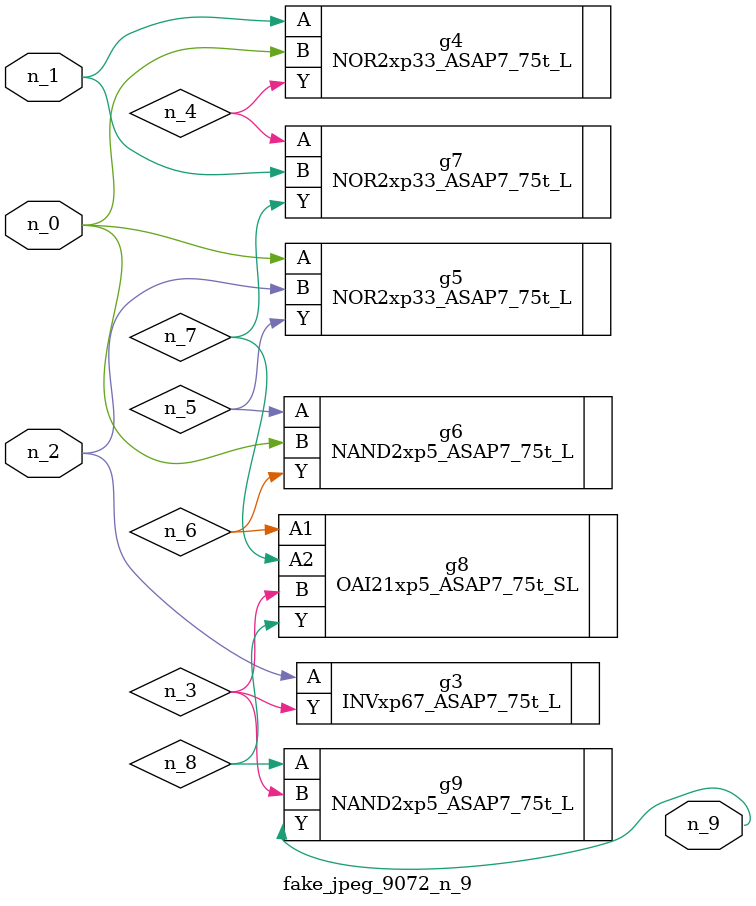
<source format=v>
module fake_jpeg_9072_n_9 (n_0, n_2, n_1, n_9);

input n_0;
input n_2;
input n_1;

output n_9;

wire n_3;
wire n_4;
wire n_8;
wire n_6;
wire n_5;
wire n_7;

INVxp67_ASAP7_75t_L g3 ( 
.A(n_2),
.Y(n_3)
);

NOR2xp33_ASAP7_75t_L g4 ( 
.A(n_1),
.B(n_0),
.Y(n_4)
);

NOR2xp33_ASAP7_75t_L g5 ( 
.A(n_0),
.B(n_2),
.Y(n_5)
);

NAND2xp5_ASAP7_75t_L g6 ( 
.A(n_5),
.B(n_0),
.Y(n_6)
);

OAI21xp5_ASAP7_75t_SL g8 ( 
.A1(n_6),
.A2(n_7),
.B(n_3),
.Y(n_8)
);

NOR2xp33_ASAP7_75t_L g7 ( 
.A(n_4),
.B(n_1),
.Y(n_7)
);

NAND2xp5_ASAP7_75t_L g9 ( 
.A(n_8),
.B(n_3),
.Y(n_9)
);


endmodule
</source>
